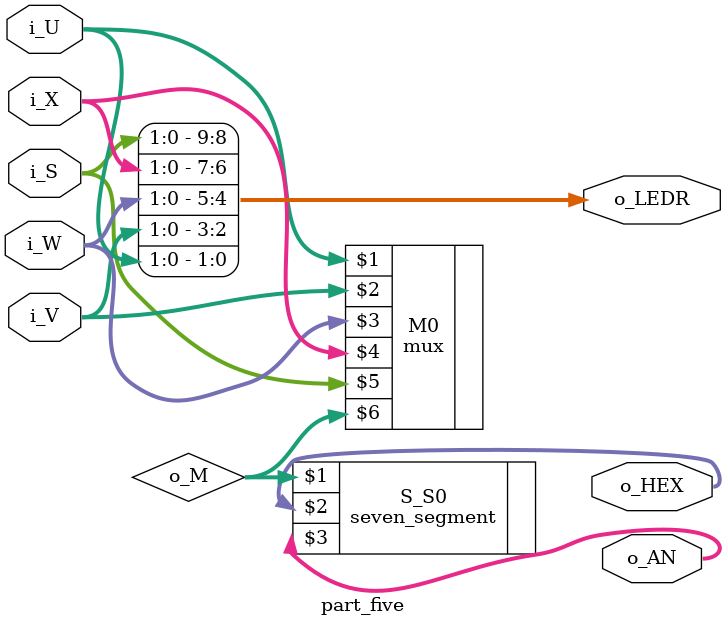
<source format=v>
`timescale 1ns / 1ps


module part_five(i_U, i_V, i_W, i_X, i_S, o_HEX, o_AN, o_LEDR);

    input   [1:0]   i_U;
    input   [1:0]   i_V;
    input   [1:0]   i_W;
    input   [1:0]   i_X;
    input   [1:0]   i_S;
    output  [6:0]   o_HEX;
    output  [7:0]   o_AN;
    output  [9:0]   o_LEDR;
    
    wire [7:0] AN;
    wire [1:0] o_M;
    
    mux M0(i_U, i_V, i_W, i_X, i_S, o_M);
    seven_segment S_S0(o_M, o_HEX, o_AN);

    assign o_LEDR[1:0] = i_U;
    assign o_LEDR[3:2] = i_V;
    assign o_LEDR[5:4] = i_W;
    assign o_LEDR[7:6] = i_X;
    assign o_LEDR[9:8] = i_S;
    
endmodule

</source>
